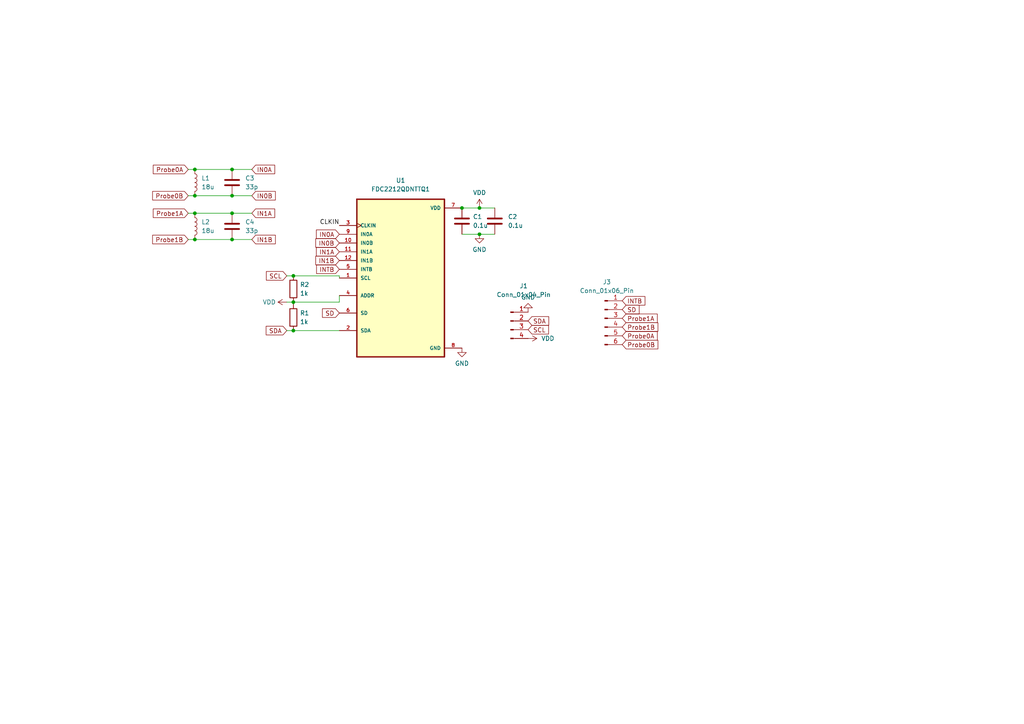
<source format=kicad_sch>
(kicad_sch (version 20230121) (generator eeschema)
  (paper "A4")
  (lib_symbols
    (symbol "Connector:Conn_01x04_Pin" (pin_names (offset 1.016) hide)
      (property "Reference" "J" (at 0 5.08 0))
      (property "Value" "Conn_01x04_Pin" (at 0 -7.62 0))
      (symbol "Conn_01x04_Pin_1_1"
        (polyline (pts (xy 1.27 -5.08) (xy 0.8636 -5.08)) (stroke (width 0.1524)))
        (polyline (pts (xy 1.27 -2.54) (xy 0.8636 -2.54)) (stroke (width 0.1524)))
        (polyline (pts (xy 1.27 0) (xy 0.8636 0)) (stroke (width 0.1524)))
        (polyline (pts (xy 1.27 2.54) (xy 0.8636 2.54)) (stroke (width 0.1524)))
        (rectangle (start 0.8636 -4.953) (end 0 -5.207) (stroke (width 0.1524)) (fill (type outline)))
        (rectangle (start 0.8636 -2.413) (end 0 -2.667) (stroke (width 0.1524)) (fill (type outline)))
        (rectangle (start 0.8636 0.127) (end 0 -0.127) (stroke (width 0.1524)) (fill (type outline)))
        (rectangle (start 0.8636 2.667) (end 0 2.413) (stroke (width 0.1524)) (fill (type outline)))
        (pin passive line (at 5.08 2.54 180) (length 3.81) (name "Pin_1") (number "1"))
        (pin passive line (at 5.08 0 180) (length 3.81) (name "Pin_2") (number "2"))
        (pin passive line (at 5.08 -2.54 180) (length 3.81) (name "Pin_3") (number "3"))
        (pin passive line (at 5.08 -5.08 180) (length 3.81) (name "Pin_4") (number "4"))
      )
    )
    (symbol "Connector:Conn_01x06_Pin" (pin_names (offset 1.016) hide)
      (property "Reference" "J" (at 0 7.62 0))
      (property "Value" "Conn_01x06_Pin" (at 0 -10.16 0))
      (symbol "Conn_01x06_Pin_1_1"
        (polyline (pts (xy 1.27 -7.62) (xy 0.8636 -7.62)) (stroke (width 0.1524)))
        (polyline (pts (xy 1.27 -5.08) (xy 0.8636 -5.08)) (stroke (width 0.1524)))
        (polyline (pts (xy 1.27 -2.54) (xy 0.8636 -2.54)) (stroke (width 0.1524)))
        (polyline (pts (xy 1.27 0) (xy 0.8636 0)) (stroke (width 0.1524)))
        (polyline (pts (xy 1.27 2.54) (xy 0.8636 2.54)) (stroke (width 0.1524)))
        (polyline (pts (xy 1.27 5.08) (xy 0.8636 5.08)) (stroke (width 0.1524)))
        (rectangle (start 0.8636 -7.493) (end 0 -7.747) (stroke (width 0.1524)) (fill (type outline)))
        (rectangle (start 0.8636 -4.953) (end 0 -5.207) (stroke (width 0.1524)) (fill (type outline)))
        (rectangle (start 0.8636 -2.413) (end 0 -2.667) (stroke (width 0.1524)) (fill (type outline)))
        (rectangle (start 0.8636 0.127) (end 0 -0.127) (stroke (width 0.1524)) (fill (type outline)))
        (rectangle (start 0.8636 2.667) (end 0 2.413) (stroke (width 0.1524)) (fill (type outline)))
        (rectangle (start 0.8636 5.207) (end 0 4.953) (stroke (width 0.1524)) (fill (type outline)))
        (pin passive line (at 5.08 5.08 180) (length 3.81) (name "Pin_1") (number "1"))
        (pin passive line (at 5.08 2.54 180) (length 3.81) (name "Pin_2") (number "2"))
        (pin passive line (at 5.08 0 180) (length 3.81) (name "Pin_3") (number "3"))
        (pin passive line (at 5.08 -2.54 180) (length 3.81) (name "Pin_4") (number "4"))
        (pin passive line (at 5.08 -5.08 180) (length 3.81) (name "Pin_5") (number "5"))
        (pin passive line (at 5.08 -7.62 180) (length 3.81) (name "Pin_6") (number "6"))
      )
    )
    (symbol "Device:C" (pin_numbers hide) (pin_names (offset 0.254))
      (property "Reference" "C" (at 0.635 2.54 0))
      (property "Value" "C" (at 0.635 -2.54 0))
      (symbol "C_0_1"
        (polyline (pts (xy -2.032 -0.762) (xy 2.032 -0.762)) (stroke (width 0.508)))
        (polyline (pts (xy -2.032 0.762) (xy 2.032 0.762)) (stroke (width 0.508)))
      )
      (symbol "C_1_1"
        (pin passive line (at 0 3.81 270) (length 2.794) (name "~") (number "1"))
        (pin passive line (at 0 -3.81 90) (length 2.794) (name "~") (number "2"))
      )
    )
    (symbol "Device:L" (pin_numbers hide) (pin_names (offset 1.016) hide)
      (property "Reference" "L" (at -1.27 0 90))
      (property "Value" "L" (at 1.905 0 90))
      (symbol "L_0_1"
        (arc (start 0 -2.54) (mid 0.6323 -1.905) (end 0 -1.27))
        (arc (start 0 -1.27) (mid 0.6323 -0.635) (end 0 0))
        (arc (start 0 0) (mid 0.6323 0.635) (end 0 1.27))
        (arc (start 0 1.27) (mid 0.6323 1.905) (end 0 2.54))
      )
      (symbol "L_1_1"
        (pin passive line (at 0 3.81 270) (length 1.27) (name "1") (number "1"))
        (pin passive line (at 0 -3.81 90) (length 1.27) (name "2") (number "2"))
      )
    )
    (symbol "Device:R" (pin_numbers hide) (pin_names (offset 0))
      (property "Reference" "R" (at 2.032 0 90))
      (property "Value" "R" (at 0 0 90))
      (symbol "R_0_1"
        (rectangle (start -1.016 -2.54) (end 1.016 2.54) (stroke (width 0.254)))
      )
      (symbol "R_1_1"
        (pin passive line (at 0 3.81 270) (length 1.27) (name "~") (number "1"))
        (pin passive line (at 0 -3.81 90) (length 1.27) (name "~") (number "2"))
      )
    )
    (symbol "FDC2212QDNTTQ1:FDC2212QDNTTQ1" (pin_names (offset 1.016))
      (property "Reference" "U" (at -12.7 23.86 0))
      (property "Value" "FDC2212QDNTTQ1" (at -12.7 -26.86 0))
      (symbol "FDC2212QDNTTQ1_0_0"
        (rectangle (start -12.7 -22.86) (end 12.7 22.86) (stroke (width 0.41)) (fill (type background)))
        (pin input line (at -17.78 0 0) (length 5.08) (name "SCL") (number "1"))
        (pin input line (at -17.78 10.16 0) (length 5.08) (name "IN0B") (number "10"))
        (pin input line (at -17.78 7.62 0) (length 5.08) (name "IN1A") (number "11"))
        (pin input line (at -17.78 5.08 0) (length 5.08) (name "IN1B") (number "12"))
        (pin bidirectional line (at -17.78 -15.24 0) (length 5.08) (name "SDA") (number "2"))
        (pin input clock (at -17.78 15.24 0) (length 5.08) (name "CLKIN") (number "3"))
        (pin bidirectional line (at -17.78 -5.08 0) (length 5.08) (name "ADDR") (number "4"))
        (pin input line (at -17.78 2.54 0) (length 5.08) (name "INTB") (number "5"))
        (pin bidirectional line (at -17.78 -10.16 0) (length 5.08) (name "SD") (number "6"))
        (pin power_in line (at 17.78 20.32 180) (length 5.08) (name "VDD") (number "7"))
        (pin power_in line (at 17.78 -20.32 180) (length 5.08) (name "GND") (number "8"))
        (pin input line (at -17.78 12.7 0) (length 5.08) (name "IN0A") (number "9"))
      )
    )
    (symbol "power:GND" (power) (pin_names (offset 0))
      (property "Value" "GND" (at 0 -3.81 0))
      (symbol "GND_0_1"
        (polyline (pts (xy 0 0) (xy 0 -1.27) (xy 1.27 -1.27) (xy 0 -2.54) (xy -1.27 -1.27) (xy 0 -1.27)))
      )
      (symbol "GND_1_1"
        (pin power_in line (at 0 0 270) (length 0) hide (name "GND") (number "1"))
      )
    )
    (symbol "power:VDD" (power) (pin_names (offset 0))
      (property "Value" "VDD" (at 0 3.81 0))
      (symbol "VDD_0_1"
        (polyline (pts (xy -0.762 1.27) (xy 0 2.54)))
        (polyline (pts (xy 0 0) (xy 0 2.54)))
        (polyline (pts (xy 0 2.54) (xy 0.762 1.27)))
      )
      (symbol "VDD_1_1"
        (pin power_in line (at 0 0 90) (length 0) hide (name "VDD") (number "1"))
      )
    )
  )
  (junction (at 56.515 61.849))
  (junction (at 85.09 80.01))
  (junction (at 56.515 69.469))
  (junction (at 56.515 56.769))
  (junction (at 85.09 95.885))
  (junction (at 85.09 87.63))
  (junction (at 139.065 60.325))
  (junction (at 67.31 56.769))
  (junction (at 56.515 49.149))
  (junction (at 67.31 69.469))
  (junction (at 67.31 49.149))
  (junction (at 133.985 60.325))
  (junction (at 139.065 67.945))
  (junction (at 67.31 61.849))
  (wire (pts (xy 85.09 95.885) (xy 98.425 95.885)))
  (wire (pts (xy 56.515 56.769) (xy 67.31 56.769)))
  (wire (pts (xy 85.09 87.63) (xy 85.09 88.265)))
  (wire (pts (xy 67.31 49.149) (xy 73.025 49.149)))
  (wire (pts (xy 54.61 61.849) (xy 56.515 61.849)))
  (wire (pts (xy 83.185 87.63) (xy 85.09 87.63)))
  (wire (pts (xy 98.425 87.63) (xy 98.425 85.725)))
  (wire (pts (xy 83.185 95.885) (xy 85.09 95.885)))
  (wire (pts (xy 56.515 61.849) (xy 67.31 61.849)))
  (wire (pts (xy 56.515 69.469) (xy 67.31 69.469)))
  (wire (pts (xy 54.61 69.469) (xy 56.515 69.469)))
  (wire (pts (xy 98.425 80.01) (xy 98.425 80.645)))
  (wire (pts (xy 133.985 60.325) (xy 139.065 60.325)))
  (wire (pts (xy 67.31 56.769) (xy 73.025 56.769)))
  (wire (pts (xy 67.31 69.469) (xy 73.025 69.469)))
  (wire (pts (xy 85.09 80.01) (xy 98.425 80.01)))
  (wire (pts (xy 139.065 67.945) (xy 143.51 67.945)))
  (wire (pts (xy 67.31 61.849) (xy 73.025 61.849)))
  (wire (pts (xy 54.61 56.769) (xy 56.515 56.769)))
  (wire (pts (xy 83.185 80.01) (xy 85.09 80.01)))
  (wire (pts (xy 56.515 49.149) (xy 67.31 49.149)))
  (wire (pts (xy 133.985 67.945) (xy 139.065 67.945)))
  (wire (pts (xy 139.065 60.325) (xy 143.51 60.325)))
  (wire (pts (xy 54.61 49.149) (xy 56.515 49.149)))
  (wire (pts (xy 85.09 87.63) (xy 98.425 87.63)))
  (label "CLKIN" (at 98.425 65.405 180))
  (global_label "Probe1A" (shape input) (at 54.61 61.849 180) (property "Intersheetrefs" "${INTERSHEET_REFS}" (effects hide)))
  (global_label "Probe0A" (shape input) (at 54.61 49.149 180) (property "Intersheetrefs" "${INTERSHEET_REFS}" (effects hide)))
  (global_label "IN0B" (shape input) (at 73.025 56.769 0) (property "Intersheetrefs" "${INTERSHEET_REFS}" (effects hide)))
  (global_label "IN1A" (shape input) (at 98.425 73.025 180) (property "Intersheetrefs" "${INTERSHEET_REFS}" (effects hide)))
  (global_label "IN0A" (shape input) (at 73.025 49.149 0) (property "Intersheetrefs" "${INTERSHEET_REFS}" (effects hide)))
  (global_label "Probe0B" (shape input) (at 54.61 56.769 180) (property "Intersheetrefs" "${INTERSHEET_REFS}" (effects hide)))
  (global_label "IN0A" (shape input) (at 98.425 67.945 180) (property "Intersheetrefs" "${INTERSHEET_REFS}" (effects hide)))
  (global_label "INTB" (shape input) (at 180.467 87.249 0) (property "Intersheetrefs" "${INTERSHEET_REFS}" (effects hide)))
  (global_label "IN0B" (shape input) (at 98.425 70.485 180) (property "Intersheetrefs" "${INTERSHEET_REFS}" (effects hide)))
  (global_label "Probe1B" (shape input) (at 54.61 69.469 180) (property "Intersheetrefs" "${INTERSHEET_REFS}" (effects hide)))
  (global_label "Probe0B" (shape input) (at 180.467 99.949 0) (property "Intersheetrefs" "${INTERSHEET_REFS}" (effects hide)))
  (global_label "IN1B" (shape input) (at 98.425 75.565 180) (property "Intersheetrefs" "${INTERSHEET_REFS}" (effects hide)))
  (global_label "Probe0A" (shape input) (at 180.467 97.409 0) (property "Intersheetrefs" "${INTERSHEET_REFS}" (effects hide)))
  (global_label "SCL" (shape input) (at 153.162 95.631 0) (property "Intersheetrefs" "${INTERSHEET_REFS}" (effects hide)))
  (global_label "Probe1A" (shape input) (at 180.467 92.329 0) (property "Intersheetrefs" "${INTERSHEET_REFS}" (effects hide)))
  (global_label "IN1A" (shape input) (at 73.025 61.849 0) (property "Intersheetrefs" "${INTERSHEET_REFS}" (effects hide)))
  (global_label "SD" (shape input) (at 98.425 90.805 180) (property "Intersheetrefs" "${INTERSHEET_REFS}" (effects hide)))
  (global_label "SDA" (shape input) (at 83.185 95.885 180) (property "Intersheetrefs" "${INTERSHEET_REFS}" (effects hide)))
  (global_label "SD" (shape input) (at 180.467 89.789 0) (property "Intersheetrefs" "${INTERSHEET_REFS}" (effects hide)))
  (global_label "SDA" (shape input) (at 153.162 93.091 0) (property "Intersheetrefs" "${INTERSHEET_REFS}" (effects hide)))
  (global_label "SCL" (shape input) (at 83.185 80.01 180) (property "Intersheetrefs" "${INTERSHEET_REFS}" (effects hide)))
  (global_label "Probe1B" (shape input) (at 180.467 94.869 0) (property "Intersheetrefs" "${INTERSHEET_REFS}" (effects hide)))
  (global_label "INTB" (shape input) (at 98.425 78.105 180) (property "Intersheetrefs" "${INTERSHEET_REFS}" (effects hide)))
  (global_label "IN1B" (shape input) (at 73.025 69.469 0) (property "Intersheetrefs" "${INTERSHEET_REFS}" (effects hide)))
  (symbol (lib_id "power:VDD") (at 83.185 87.63 90) (unit 1)
    (property "Reference" "#PWR03" (effects hide))
    (property "Value" "VDD" (at 80.01 87.63 90) (effects (justify left)))
  )
  (symbol (lib_id "Device:C") (at 67.31 52.959 0) (unit 1)
    (property "Reference" "C3" (at 71.12 51.689 0) (effects (justify left)))
    (property "Value" "33p" (at 71.12 54.229 0) (effects (justify left)))
    (property "Footprint" "Capacitor_SMD:C_0402_1005Metric" (effects hide))
  )
  (symbol (lib_id "Device:C") (at 143.51 64.135 0) (unit 1)
    (property "Reference" "C2" (at 147.32 62.865 0) (effects (justify left)))
    (property "Value" "0.1u" (at 147.32 65.405 0) (effects (justify left)))
    (property "Footprint" "Capacitor_SMD:C_0402_1005Metric" (effects hide))
  )
  (symbol (lib_id "power:GND") (at 139.065 67.945 0) (unit 1)
    (property "Reference" "#PWR02" (effects hide))
    (property "Value" "GND" (at 139.065 72.39 0))
  )
  (symbol (lib_id "Device:L") (at 56.515 65.659 0) (unit 1)
    (property "Reference" "L2" (at 58.42 64.389 0) (effects (justify left)))
    (property "Value" "18u" (at 58.42 66.929 0) (effects (justify left)))
    (property "Footprint" "Inductor_SMD:L_0402_1005Metric" (effects hide))
  )
  (symbol (lib_id "power:GND") (at 153.162 90.551 180) (unit 1)
    (property "Reference" "#PWR04" (effects hide))
    (property "Value" "GND" (at 153.162 86.233 0))
  )
  (symbol (lib_id "Connector:Conn_01x06_Pin") (at 175.387 92.329 0) (unit 1)
    (property "Reference" "J3" (at 176.022 81.788 0))
    (property "Value" "Conn_01x06_Pin" (at 176.022 84.328 0))
    (property "Footprint" "Connector_JST:JST_XH_S6B-XH-A_1x06_P2.50mm_Horizontal" (effects hide))
  )
  (symbol (lib_id "Device:C") (at 67.31 65.659 0) (unit 1)
    (property "Reference" "C4" (at 71.12 64.389 0) (effects (justify left)))
    (property "Value" "33p" (at 71.12 66.929 0) (effects (justify left)))
    (property "Footprint" "Capacitor_SMD:C_0402_1005Metric" (effects hide))
  )
  (symbol (lib_id "FDC2212QDNTTQ1:FDC2212QDNTTQ1") (at 116.205 80.645 0) (unit 1)
    (property "Reference" "U1" (at 116.205 52.324 0))
    (property "Value" "FDC2212QDNTTQ1" (at 116.205 54.864 0))
    (property "Footprint" "AD7150BRMZ:SON50P400X400X100-13N" (effects hide))
    (property "MF" "Texas Instruments" (effects hide))
    (property "Description" "\n2-Ch, 28-bit, automotive capacitance to digital converter\n" (effects hide))
    (property "Package" "WSON-12 Texas Instruments" (effects hide))
    (property "Price" "None" (effects hide))
    (property "SnapEDA_Link" "https://www.snapeda.com/parts/FDC2212QDNTTQ1/Texas+Instruments/view-part/?ref=snap" (effects hide))
    (property "MP" "FDC2212QDNTTQ1" (effects hide))
    (property "Availability" "In Stock" (effects hide))
    (property "Check_prices" "https://www.snapeda.com/parts/FDC2212QDNTTQ1/Texas+Instruments/view-part/?ref=eda" (effects hide))
  )
  (symbol (lib_id "power:VDD") (at 153.162 98.171 270) (unit 1)
    (property "Reference" "#PWR05" (effects hide))
    (property "Value" "VDD" (at 156.972 98.171 90) (effects (justify left)))
  )
  (symbol (lib_id "power:GND") (at 133.985 100.965 0) (unit 1)
    (property "Reference" "#PWR06" (effects hide))
    (property "Value" "GND" (at 133.985 105.41 0))
  )
  (symbol (lib_id "power:VDD") (at 139.065 60.325 0) (unit 1)
    (property "Reference" "#PWR01" (effects hide))
    (property "Value" "VDD" (at 139.065 55.88 0))
  )
  (symbol (lib_id "Device:L") (at 56.515 52.959 0) (unit 1)
    (property "Reference" "L1" (at 58.42 51.689 0) (effects (justify left)))
    (property "Value" "18u" (at 58.42 54.229 0) (effects (justify left)))
    (property "Footprint" "Inductor_SMD:L_0402_1005Metric" (effects hide))
  )
  (symbol (lib_id "Connector:Conn_01x04_Pin") (at 148.082 93.091 0) (unit 1)
    (property "Reference" "J1" (at 151.892 82.931 0))
    (property "Value" "Conn_01x04_Pin" (at 151.892 85.471 0))
    (property "Footprint" "Connector_JST:JST_XH_S4B-XH-A_1x04_P2.50mm_Horizontal" (effects hide))
  )
  (symbol (lib_id "Device:R") (at 85.09 92.075 0) (unit 1)
    (property "Reference" "R1" (at 86.995 90.805 0) (effects (justify left)))
    (property "Value" "1k" (at 86.995 93.345 0) (effects (justify left)))
    (property "Footprint" "Resistor_SMD:R_0402_1005Metric" (effects hide))
  )
  (symbol (lib_id "Device:R") (at 85.09 83.82 0) (unit 1)
    (property "Reference" "R2" (at 86.995 82.55 0) (effects (justify left)))
    (property "Value" "1k" (at 86.995 85.09 0) (effects (justify left)))
    (property "Footprint" "Resistor_SMD:R_0402_1005Metric" (effects hide))
  )
  (symbol (lib_id "Device:C") (at 133.985 64.135 0) (unit 1)
    (property "Reference" "C1" (at 137.16 62.865 0) (effects (justify left)))
    (property "Value" "0.1u" (at 137.16 65.405 0) (effects (justify left)))
    (property "Footprint" "Capacitor_SMD:C_0402_1005Metric" (effects hide))
  )
)
</source>
